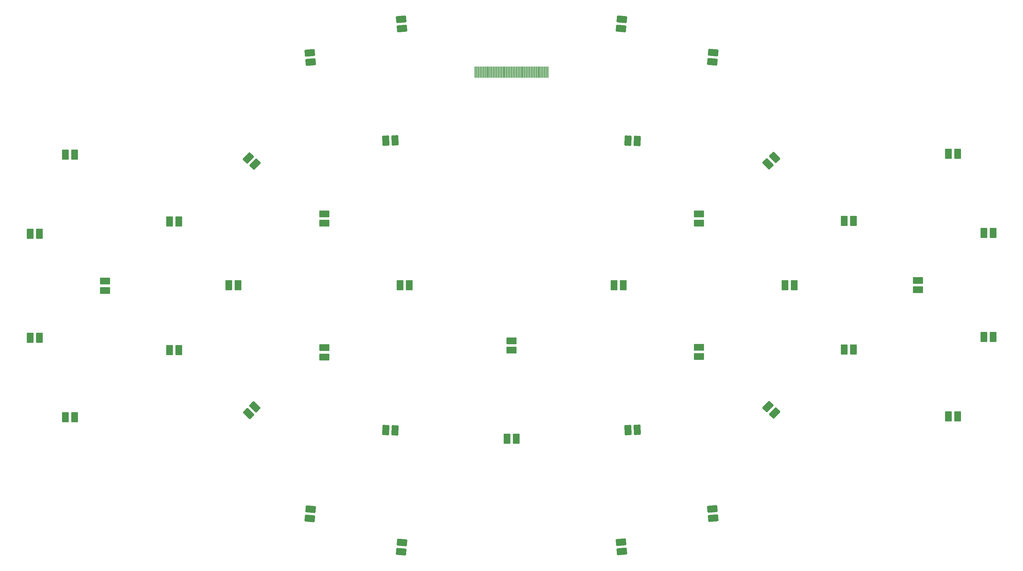
<source format=gbp>
%FSLAX25Y25*%
%MOIN*%
G70*
G01*
G75*
G04 Layer_Color=128*
%ADD10C,0.02000*%
%ADD11C,0.00800*%
%ADD12C,0.01200*%
%ADD13C,0.02000*%
G04:AMPARAMS|DCode=14|XSize=82.99mil|YSize=122.36mil|CornerRadius=12.45mil|HoleSize=0mil|Usage=FLASHONLY|Rotation=180.000|XOffset=0mil|YOffset=0mil|HoleType=Round|Shape=RoundedRectangle|*
%AMROUNDEDRECTD14*
21,1,0.08299,0.09746,0,0,180.0*
21,1,0.05809,0.12236,0,0,180.0*
1,1,0.02490,-0.02905,0.04873*
1,1,0.02490,0.02905,0.04873*
1,1,0.02490,0.02905,-0.04873*
1,1,0.02490,-0.02905,-0.04873*
%
%ADD14ROUNDEDRECTD14*%
%ADD15C,0.04000*%
%ADD16R,0.01378X0.13780*%
G04:AMPARAMS|DCode=17|XSize=82.99mil|YSize=122.36mil|CornerRadius=12.45mil|HoleSize=0mil|Usage=FLASHONLY|Rotation=357.760|XOffset=0mil|YOffset=0mil|HoleType=Round|Shape=RoundedRectangle|*
%AMROUNDEDRECTD17*
21,1,0.08299,0.09746,0,0,357.8*
21,1,0.05809,0.12236,0,0,357.8*
1,1,0.02490,0.02712,-0.04983*
1,1,0.02490,-0.03093,-0.04756*
1,1,0.02490,-0.02712,0.04983*
1,1,0.02490,0.03093,0.04756*
%
%ADD17ROUNDEDRECTD17*%
G04:AMPARAMS|DCode=18|XSize=82.99mil|YSize=122.36mil|CornerRadius=12.45mil|HoleSize=0mil|Usage=FLASHONLY|Rotation=264.990|XOffset=0mil|YOffset=0mil|HoleType=Round|Shape=RoundedRectangle|*
%AMROUNDEDRECTD18*
21,1,0.08299,0.09746,0,0,265.0*
21,1,0.05809,0.12236,0,0,265.0*
1,1,0.02490,-0.05108,-0.02468*
1,1,0.02490,-0.04601,0.03319*
1,1,0.02490,0.05108,0.02468*
1,1,0.02490,0.04601,-0.03319*
%
%ADD18ROUNDEDRECTD18*%
G04:AMPARAMS|DCode=19|XSize=82.99mil|YSize=122.36mil|CornerRadius=12.45mil|HoleSize=0mil|Usage=FLASHONLY|Rotation=270.000|XOffset=0mil|YOffset=0mil|HoleType=Round|Shape=RoundedRectangle|*
%AMROUNDEDRECTD19*
21,1,0.08299,0.09746,0,0,270.0*
21,1,0.05809,0.12236,0,0,270.0*
1,1,0.02490,-0.04873,-0.02905*
1,1,0.02490,-0.04873,0.02905*
1,1,0.02490,0.04873,0.02905*
1,1,0.02490,0.04873,-0.02905*
%
%ADD19ROUNDEDRECTD19*%
G04:AMPARAMS|DCode=20|XSize=82.99mil|YSize=122.36mil|CornerRadius=12.45mil|HoleSize=0mil|Usage=FLASHONLY|Rotation=265.050|XOffset=0mil|YOffset=0mil|HoleType=Round|Shape=RoundedRectangle|*
%AMROUNDEDRECTD20*
21,1,0.08299,0.09746,0,0,265.0*
21,1,0.05809,0.12236,0,0,265.0*
1,1,0.02490,-0.05106,-0.02473*
1,1,0.02490,-0.04604,0.03314*
1,1,0.02490,0.05106,0.02473*
1,1,0.02490,0.04604,-0.03314*
%
%ADD20ROUNDEDRECTD20*%
G04:AMPARAMS|DCode=21|XSize=82.99mil|YSize=122.36mil|CornerRadius=12.45mil|HoleSize=0mil|Usage=FLASHONLY|Rotation=223.860|XOffset=0mil|YOffset=0mil|HoleType=Round|Shape=RoundedRectangle|*
%AMROUNDEDRECTD21*
21,1,0.08299,0.09746,0,0,223.9*
21,1,0.05809,0.12236,0,0,223.9*
1,1,0.02490,-0.05471,0.01501*
1,1,0.02490,-0.01282,0.05526*
1,1,0.02490,0.05471,-0.01501*
1,1,0.02490,0.01282,-0.05526*
%
%ADD21ROUNDEDRECTD21*%
G04:AMPARAMS|DCode=22|XSize=82.99mil|YSize=122.36mil|CornerRadius=12.45mil|HoleSize=0mil|Usage=FLASHONLY|Rotation=136.140|XOffset=0mil|YOffset=0mil|HoleType=Round|Shape=RoundedRectangle|*
%AMROUNDEDRECTD22*
21,1,0.08299,0.09746,0,0,136.1*
21,1,0.05809,0.12236,0,0,136.1*
1,1,0.02490,0.01282,0.05526*
1,1,0.02490,0.05471,0.01501*
1,1,0.02490,-0.01282,-0.05526*
1,1,0.02490,-0.05471,-0.01501*
%
%ADD22ROUNDEDRECTD22*%
G04:AMPARAMS|DCode=23|XSize=82.99mil|YSize=122.36mil|CornerRadius=12.45mil|HoleSize=0mil|Usage=FLASHONLY|Rotation=94.950|XOffset=0mil|YOffset=0mil|HoleType=Round|Shape=RoundedRectangle|*
%AMROUNDEDRECTD23*
21,1,0.08299,0.09746,0,0,94.9*
21,1,0.05809,0.12236,0,0,94.9*
1,1,0.02490,0.04604,0.03314*
1,1,0.02490,0.05106,-0.02473*
1,1,0.02490,-0.04604,-0.03314*
1,1,0.02490,-0.05106,0.02473*
%
%ADD23ROUNDEDRECTD23*%
G04:AMPARAMS|DCode=24|XSize=82.99mil|YSize=122.36mil|CornerRadius=12.45mil|HoleSize=0mil|Usage=FLASHONLY|Rotation=95.010|XOffset=0mil|YOffset=0mil|HoleType=Round|Shape=RoundedRectangle|*
%AMROUNDEDRECTD24*
21,1,0.08299,0.09746,0,0,95.0*
21,1,0.05809,0.12236,0,0,95.0*
1,1,0.02490,0.04601,0.03319*
1,1,0.02490,0.05108,-0.02468*
1,1,0.02490,-0.04601,-0.03319*
1,1,0.02490,-0.05108,0.02468*
%
%ADD24ROUNDEDRECTD24*%
G04:AMPARAMS|DCode=25|XSize=82.99mil|YSize=122.36mil|CornerRadius=12.45mil|HoleSize=0mil|Usage=FLASHONLY|Rotation=2.240|XOffset=0mil|YOffset=0mil|HoleType=Round|Shape=RoundedRectangle|*
%AMROUNDEDRECTD25*
21,1,0.08299,0.09746,0,0,2.2*
21,1,0.05809,0.12236,0,0,2.2*
1,1,0.02490,0.03093,-0.04756*
1,1,0.02490,-0.02712,-0.04983*
1,1,0.02490,-0.03093,0.04756*
1,1,0.02490,0.02712,0.04983*
%
%ADD25ROUNDEDRECTD25*%
G04:AMPARAMS|DCode=26|XSize=82.99mil|YSize=122.36mil|CornerRadius=12.45mil|HoleSize=0mil|Usage=FLASHONLY|Rotation=46.140|XOffset=0mil|YOffset=0mil|HoleType=Round|Shape=RoundedRectangle|*
%AMROUNDEDRECTD26*
21,1,0.08299,0.09746,0,0,46.1*
21,1,0.05809,0.12236,0,0,46.1*
1,1,0.02490,0.05526,-0.01282*
1,1,0.02490,0.01501,-0.05471*
1,1,0.02490,-0.05526,0.01282*
1,1,0.02490,-0.01501,0.05471*
%
%ADD26ROUNDEDRECTD26*%
%ADD27C,0.01500*%
%ADD28C,0.01000*%
%ADD29C,0.00800*%
%ADD30C,0.01400*%
%ADD31R,0.90551X0.13780*%
G04:AMPARAMS|DCode=32|XSize=62.99mil|YSize=102.36mil|CornerRadius=2.45mil|HoleSize=0mil|Usage=FLASHONLY|Rotation=180.000|XOffset=0mil|YOffset=0mil|HoleType=Round|Shape=RoundedRectangle|*
%AMROUNDEDRECTD32*
21,1,0.06299,0.09746,0,0,180.0*
21,1,0.05809,0.10236,0,0,180.0*
1,1,0.00490,-0.02905,0.04873*
1,1,0.00490,0.02905,0.04873*
1,1,0.00490,0.02905,-0.04873*
1,1,0.00490,-0.02905,-0.04873*
%
%ADD32ROUNDEDRECTD32*%
%ADD33C,0.08000*%
G04:AMPARAMS|DCode=34|XSize=62.99mil|YSize=102.36mil|CornerRadius=2.45mil|HoleSize=0mil|Usage=FLASHONLY|Rotation=357.760|XOffset=0mil|YOffset=0mil|HoleType=Round|Shape=RoundedRectangle|*
%AMROUNDEDRECTD34*
21,1,0.06299,0.09746,0,0,357.8*
21,1,0.05809,0.10236,0,0,357.8*
1,1,0.00490,0.02712,-0.04983*
1,1,0.00490,-0.03093,-0.04756*
1,1,0.00490,-0.02712,0.04983*
1,1,0.00490,0.03093,0.04756*
%
%ADD34ROUNDEDRECTD34*%
G04:AMPARAMS|DCode=35|XSize=62.99mil|YSize=102.36mil|CornerRadius=2.45mil|HoleSize=0mil|Usage=FLASHONLY|Rotation=264.990|XOffset=0mil|YOffset=0mil|HoleType=Round|Shape=RoundedRectangle|*
%AMROUNDEDRECTD35*
21,1,0.06299,0.09746,0,0,265.0*
21,1,0.05809,0.10236,0,0,265.0*
1,1,0.00490,-0.05108,-0.02468*
1,1,0.00490,-0.04601,0.03319*
1,1,0.00490,0.05108,0.02468*
1,1,0.00490,0.04601,-0.03319*
%
%ADD35ROUNDEDRECTD35*%
G04:AMPARAMS|DCode=36|XSize=62.99mil|YSize=102.36mil|CornerRadius=2.45mil|HoleSize=0mil|Usage=FLASHONLY|Rotation=270.000|XOffset=0mil|YOffset=0mil|HoleType=Round|Shape=RoundedRectangle|*
%AMROUNDEDRECTD36*
21,1,0.06299,0.09746,0,0,270.0*
21,1,0.05809,0.10236,0,0,270.0*
1,1,0.00490,-0.04873,-0.02905*
1,1,0.00490,-0.04873,0.02905*
1,1,0.00490,0.04873,0.02905*
1,1,0.00490,0.04873,-0.02905*
%
%ADD36ROUNDEDRECTD36*%
G04:AMPARAMS|DCode=37|XSize=62.99mil|YSize=102.36mil|CornerRadius=2.45mil|HoleSize=0mil|Usage=FLASHONLY|Rotation=265.050|XOffset=0mil|YOffset=0mil|HoleType=Round|Shape=RoundedRectangle|*
%AMROUNDEDRECTD37*
21,1,0.06299,0.09746,0,0,265.0*
21,1,0.05809,0.10236,0,0,265.0*
1,1,0.00490,-0.05106,-0.02473*
1,1,0.00490,-0.04604,0.03314*
1,1,0.00490,0.05106,0.02473*
1,1,0.00490,0.04604,-0.03314*
%
%ADD37ROUNDEDRECTD37*%
G04:AMPARAMS|DCode=38|XSize=62.99mil|YSize=102.36mil|CornerRadius=2.45mil|HoleSize=0mil|Usage=FLASHONLY|Rotation=223.860|XOffset=0mil|YOffset=0mil|HoleType=Round|Shape=RoundedRectangle|*
%AMROUNDEDRECTD38*
21,1,0.06299,0.09746,0,0,223.9*
21,1,0.05809,0.10236,0,0,223.9*
1,1,0.00490,-0.05471,0.01501*
1,1,0.00490,-0.01282,0.05526*
1,1,0.00490,0.05471,-0.01501*
1,1,0.00490,0.01282,-0.05526*
%
%ADD38ROUNDEDRECTD38*%
G04:AMPARAMS|DCode=39|XSize=62.99mil|YSize=102.36mil|CornerRadius=2.45mil|HoleSize=0mil|Usage=FLASHONLY|Rotation=136.140|XOffset=0mil|YOffset=0mil|HoleType=Round|Shape=RoundedRectangle|*
%AMROUNDEDRECTD39*
21,1,0.06299,0.09746,0,0,136.1*
21,1,0.05809,0.10236,0,0,136.1*
1,1,0.00490,0.01282,0.05526*
1,1,0.00490,0.05471,0.01501*
1,1,0.00490,-0.01282,-0.05526*
1,1,0.00490,-0.05471,-0.01501*
%
%ADD39ROUNDEDRECTD39*%
G04:AMPARAMS|DCode=40|XSize=62.99mil|YSize=102.36mil|CornerRadius=2.45mil|HoleSize=0mil|Usage=FLASHONLY|Rotation=94.950|XOffset=0mil|YOffset=0mil|HoleType=Round|Shape=RoundedRectangle|*
%AMROUNDEDRECTD40*
21,1,0.06299,0.09746,0,0,94.9*
21,1,0.05809,0.10236,0,0,94.9*
1,1,0.00490,0.04604,0.03314*
1,1,0.00490,0.05106,-0.02473*
1,1,0.00490,-0.04604,-0.03314*
1,1,0.00490,-0.05106,0.02473*
%
%ADD40ROUNDEDRECTD40*%
G04:AMPARAMS|DCode=41|XSize=62.99mil|YSize=102.36mil|CornerRadius=2.45mil|HoleSize=0mil|Usage=FLASHONLY|Rotation=95.010|XOffset=0mil|YOffset=0mil|HoleType=Round|Shape=RoundedRectangle|*
%AMROUNDEDRECTD41*
21,1,0.06299,0.09746,0,0,95.0*
21,1,0.05809,0.10236,0,0,95.0*
1,1,0.00490,0.04601,0.03319*
1,1,0.00490,0.05108,-0.02468*
1,1,0.00490,-0.04601,-0.03319*
1,1,0.00490,-0.05108,0.02468*
%
%ADD41ROUNDEDRECTD41*%
G04:AMPARAMS|DCode=42|XSize=62.99mil|YSize=102.36mil|CornerRadius=2.45mil|HoleSize=0mil|Usage=FLASHONLY|Rotation=2.240|XOffset=0mil|YOffset=0mil|HoleType=Round|Shape=RoundedRectangle|*
%AMROUNDEDRECTD42*
21,1,0.06299,0.09746,0,0,2.2*
21,1,0.05809,0.10236,0,0,2.2*
1,1,0.00490,0.03093,-0.04756*
1,1,0.00490,-0.02712,-0.04983*
1,1,0.00490,-0.03093,0.04756*
1,1,0.00490,0.02712,0.04983*
%
%ADD42ROUNDEDRECTD42*%
G04:AMPARAMS|DCode=43|XSize=62.99mil|YSize=102.36mil|CornerRadius=2.45mil|HoleSize=0mil|Usage=FLASHONLY|Rotation=46.140|XOffset=0mil|YOffset=0mil|HoleType=Round|Shape=RoundedRectangle|*
%AMROUNDEDRECTD43*
21,1,0.06299,0.09746,0,0,46.1*
21,1,0.05809,0.10236,0,0,46.1*
1,1,0.00490,0.05526,-0.01282*
1,1,0.00490,0.01501,-0.05471*
1,1,0.00490,-0.05526,0.01282*
1,1,0.00490,-0.01501,0.05471*
%
%ADD43ROUNDEDRECTD43*%
D14*
X-133153Y71673D02*
D03*
X-122130D02*
D03*
X133153D02*
D03*
X122130D02*
D03*
X397024Y148492D02*
D03*
X408047D02*
D03*
X521256Y228535D02*
D03*
X532279D02*
D03*
X563508Y134035D02*
D03*
X574532D02*
D03*
X326220Y71842D02*
D03*
X337244D02*
D03*
X563508Y10047D02*
D03*
X574532D02*
D03*
X521256Y-84524D02*
D03*
X532279D02*
D03*
X397024Y-4685D02*
D03*
X408047D02*
D03*
X5512Y-111177D02*
D03*
X-5512D02*
D03*
X-397024Y-5354D02*
D03*
X-408047D02*
D03*
X-521256Y-85402D02*
D03*
X-532279D02*
D03*
X-563508Y9098D02*
D03*
X-574532D02*
D03*
X-326220Y71842D02*
D03*
X-337244D02*
D03*
X-563508Y133087D02*
D03*
X-574532D02*
D03*
X-521256Y227658D02*
D03*
X-532279D02*
D03*
X-397024Y147819D02*
D03*
X-408047D02*
D03*
D16*
X43299Y325866D02*
D03*
X41331D02*
D03*
X39362D02*
D03*
X37394D02*
D03*
X35425D02*
D03*
X33457D02*
D03*
X31488D02*
D03*
X29520D02*
D03*
X27551D02*
D03*
X25583D02*
D03*
X23614D02*
D03*
X21646D02*
D03*
X19677D02*
D03*
X17709D02*
D03*
X15740D02*
D03*
X13772D02*
D03*
X11803D02*
D03*
X9835D02*
D03*
X7866D02*
D03*
X5898D02*
D03*
X3929D02*
D03*
X1961D02*
D03*
X-8D02*
D03*
X-1976D02*
D03*
X-3945D02*
D03*
X-5913D02*
D03*
X-7882D02*
D03*
X-9850D02*
D03*
X-11819D02*
D03*
X-13787D02*
D03*
X-15756D02*
D03*
X-17724D02*
D03*
X-19693D02*
D03*
X-21661D02*
D03*
X-23630D02*
D03*
X-25598D02*
D03*
X-27567D02*
D03*
X-29535D02*
D03*
X-31504D02*
D03*
X-33472D02*
D03*
X-35441D02*
D03*
X-37409D02*
D03*
X-39378D02*
D03*
X-41346D02*
D03*
X-43315D02*
D03*
D17*
X149897Y243899D02*
D03*
X138882Y244330D02*
D03*
X-149897Y-100765D02*
D03*
X-138882Y-101196D02*
D03*
D18*
X130641Y377997D02*
D03*
X131603Y388979D02*
D03*
X-130641Y-234864D02*
D03*
X-131603Y-245845D02*
D03*
X-239635Y-195194D02*
D03*
X-240586Y-206176D02*
D03*
D19*
X223472Y145783D02*
D03*
Y156807D02*
D03*
X485020Y77484D02*
D03*
Y66461D02*
D03*
X223472Y-2279D02*
D03*
Y-13303D02*
D03*
X0Y5512D02*
D03*
Y-5512D02*
D03*
X-223472Y-2650D02*
D03*
Y-13673D02*
D03*
X-485020Y76677D02*
D03*
Y65654D02*
D03*
X-223472Y145783D02*
D03*
Y156807D02*
D03*
D20*
X239635Y338328D02*
D03*
X240586Y349310D02*
D03*
D21*
X306053Y216527D02*
D03*
X314002Y224166D02*
D03*
D22*
X306053Y-72878D02*
D03*
X314002Y-80516D02*
D03*
X-306053Y216012D02*
D03*
X-314002Y223650D02*
D03*
D23*
X239635Y-194792D02*
D03*
X240586Y-205775D02*
D03*
X-239635Y337926D02*
D03*
X-240586Y348909D02*
D03*
X-130641Y377777D02*
D03*
X-131603Y388758D02*
D03*
D24*
X130641Y-234643D02*
D03*
X131603Y-245625D02*
D03*
D25*
X149897Y-100525D02*
D03*
X138882Y-100956D02*
D03*
X-149897Y244174D02*
D03*
X-138882Y244605D02*
D03*
D26*
X-306208Y-73238D02*
D03*
X-313847Y-81187D02*
D03*
M02*

</source>
